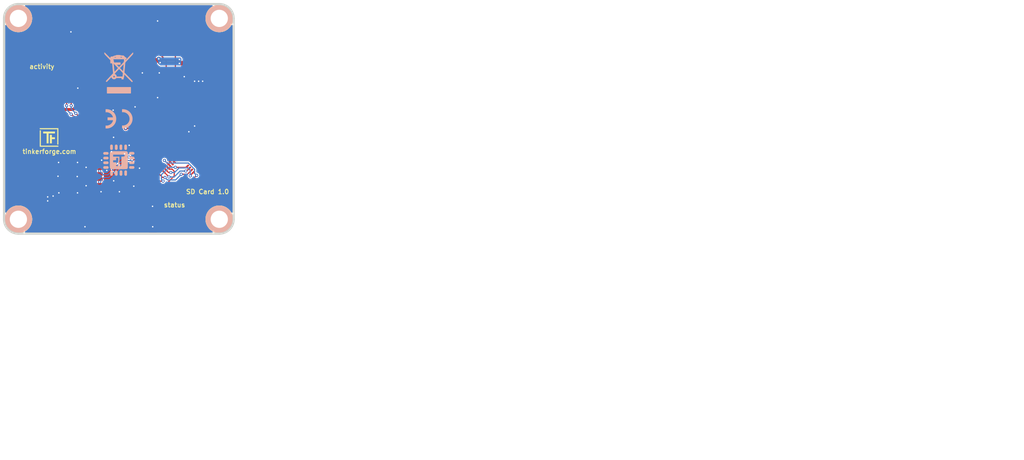
<source format=kicad_pcb>
(kicad_pcb (version 20221018) (generator pcbnew)
  (title_block (title "SD-Card") (date "2022-03-23") (rev "1.0") (company "Tinkerforge GmbH") (comment 1 "Licensed under CERN OHL v.1.1") (comment 2 "Copyright (©) 2022, B.Nordmeyer <bastian@tinkerforge.com>"))
  (layers (0 "F.Cu" signal "Vorderseite") (31 "B.Cu" signal "Rückseite") (34 "B.Paste" user) (35 "F.Paste" user) (36 "B.SilkS" user "B.Silkscreen") (37 "F.SilkS" user "F.Silkscreen") (38 "B.Mask" user) (39 "F.Mask" user) (44 "Edge.Cuts" user))
  (net 0 "")
  (net 1 "GND")
  (net 2 "VCC")
  (net 3 "Net-(D1-Pad2)")
  (net 4 "Net-(D2-Pad2)")
  (net 5 "S-MISO")
  (net 6 "S-MOSI")
  (net 7 "S-CLK")
  (net 8 "S-CS")
  (net 9 "Net-(P2-Pad2)")
  (net 10 "Net-(P1-Pad1)")
  (net 11 "Net-(P1-Pad4)")
  (net 12 "Net-(P1-Pad5)")
  (net 13 "Net-(P1-Pad6)")
  (net 14 "Net-(U1-Pad5)")
  (net 15 "Net-(U1-Pad6)")
  (net 16 "Net-(U1-Pad7)")
  (net 17 "Net-(U1-Pad8)")
  (net 18 "Net-(U1-Pad9)")
  (net 19 "Net-(U1-Pad10)")
  (net 20 "Net-(U1-Pad11)")
  (net 21 "Net-(U1-Pad12)")
  (net 22 "Net-(U1-Pad21)")
  (net 23 "Net-(U1-Pad22)")
  (net 24 "Net-(U1-Pad26)")
  (net 25 "Net-(U1-Pad28)")
  (net 26 "Net-(U1-Pad30)")
  (net 27 "Net-(U1-Pad32)")
  (net 28 "Net-(U1-Pad35)")
  (net 29 "Net-(U1-Pad36)")
  (net 30 "Net-(U1-Pad43)")
  (net 31 "Net-(C1-Pad1)")
  (net 32 "Net-(C2-Pad2)")
  (net 33 "Net-(C3-Pad1)")
  (net 34 "Net-(C4-Pad1)")
  (net 35 "Net-(C10-Pad1)")
  (net 36 "Net-(J1-Pad8)")
  (net 37 "Net-(J1-Pad7)")
  (net 38 "Net-(J1-Pad5)")
  (net 39 "Net-(J1-Pad3)")
  (net 40 "Net-(J1-Pad2)")
  (net 41 "Net-(J1-Pad1)")
  (net 42 "SD-CDS")
  (net 43 "SD-MISO")
  (net 44 "SD-CLK")
  (net 45 "SD-MOSI")
  (net 46 "SD-CS")
  (net 47 "Net-(U1-Pad13)")
  (net 48 "Net-(U1-Pad14)")
  (net 49 "Net-(U1-Pad15)")
  (net 50 "Net-(U1-Pad16)")
  (net 51 "Net-(U1-Pad20)")
  (net 52 "Net-(U1-Pad23)")
  (net 53 "Net-(U1-Pad24)")
  (net 54 "Net-(P3-Pad1)")
  (net 55 "Net-(R3-Pad2)")
  (net 56 "Net-(R4-Pad2)")
  (net 57 "Net-(U1-Pad25)")
  (net 58 "RTC-XTAL2")
  (net 59 "RTC-XTAL1")
  (footprint "kicad-libraries:C0402F" (layer "F.Cu") (at 130.287258 117.459545 -45)
    (fp_text reference "C1")
    (fp_text value "220pF")
  )
  (footprint "C0603F" (layer "F.Cu") (at 118.05 118.15 -90)
    (fp_text reference "C2")
    (fp_text value "1uF")
  )
  (footprint "C0603F" (layer "F.Cu") (at 124.052587 109.915685 45)
    (fp_text reference "C3")
    (fp_text value "10pF")
  )
  (footprint "C0603F" (layer "F.Cu") (at 127.835608 113.769417 -135)
    (fp_text reference "C4")
    (fp_text value "10pF")
  )
  (footprint "C0603F" (layer "F.Cu") (at 113.85 118.15 -90)
    (fp_text reference "C5")
    (fp_text value "1uF")
  )
  (footprint "C0603F" (layer "F.Cu") (at 137.3 103.15 -45)
    (fp_text reference "C7")
    (fp_text value "100nF")
  )
  (footprint "C0603F" (layer "F.Cu") (at 129.261953 102.150684 135)
    (fp_text reference "C8")
    (fp_text value "100nF")
  )
  (footprint "C0603F" (layer "F.Cu") (at 136.333021 104.130583 -45)
    (fp_text reference "C9")
    (fp_text value "220nF")
  )
  (footprint "kicad-libraries:C1210" (layer "F.Cu") (at 139.2 94.2 -90)
    (fp_text reference "C10")
    (fp_text value "100uF")
  )
  (footprint "C0603F" (layer "F.Cu") (at 136.7 94.2 -90)
    (fp_text reference "C11")
    (fp_text value "100nF")
  )
  (footprint "D0603E" (layer "F.Cu") (at 111.9 96.1 -90)
    (fp_text reference "D2")
    (fp_text value "red")
  )
  (footprint "kicad-libraries:R0603F" (layer "F.Cu") (at 115.95 118.95 180)
    (fp_text reference "FB1")
    (fp_text value "FILTER")
  )
  (footprint "kicad-libraries:R0603F" (layer "F.Cu") (at 142.3 92.7)
    (fp_text reference "L1")
    (fp_text value "FB")
  )
  (footprint "kicad-libraries:SolderJumper" (layer "F.Cu") (at 125.227891 102.468272 -45)
    (fp_text reference "P2")
    (fp_text value "BOOT")
  )
  (footprint "kicad-libraries:R0603F" (layer "F.Cu") (at 116.15 91.75 -90)
    (fp_text reference "R1")
    (fp_text value "10k")
  )
  (footprint "kicad-libraries:R0603F" (layer "F.Cu") (at 135.9 91.7)
    (fp_text reference "R2")
    (fp_text value "10k")
  )
  (footprint "kicad-libraries:4X0402" (layer "F.Cu") (at 130.110482 115.090738 -45)
    (fp_text reference "RP1")
    (fp_text value "82")
  )
  (footprint "kicad-libraries:4X0402" (layer "F.Cu") (at 138.171751 111.481802 135)
    (fp_text reference "RP2")
    (fp_text value "82")
  )
  (footprint "kicad-libraries:QFN48-EP2" (layer "F.Cu") (at 132.373223 107.666117 45)
    (fp_text reference "U1")
    (fp_text value "XMC1404")
  )
  (footprint "DRILL_NP" (layer "F.Cu") (at 142.8 85.6)
    (fp_text reference "U2" hide)
    (fp_text value "DRILL" hide)
  )
  (footprint "DRILL_NP" (layer "F.Cu") (at 107.8 120.6)
    (fp_text reference "U3" hide)
    (fp_text value "DRILL" hide)
  )
  (footprint "DRILL_NP" (layer "F.Cu") (at 107.8 85.6)
    (fp_text reference "U4" hide)
    (fp_text value "DRILL" hide)
  )
  (footprint "DRILL_NP" (layer "F.Cu") (at 142.8 120.6)
    (fp_text reference "U5" hide)
    (fp_text value "DRILL" hide)
  )
  (footprint "kicad-libraries:CRYSTAL_3225" (layer "F.Cu") (at 125.961846 111.824803 135)
    (fp_text reference "X1")
    (fp_text value "16MHz")
  )
  (footprint "kicad-libraries:SD-Card-DM3CS" (layer "F.Cu") (at 124.5 92.6 90)
    (fp_text reference "J1")
    (fp_text value "DM3CS")
  )
  (footprint "D0603E" (layer "F.Cu") (at 135 120.4 90)
    (fp_text reference "D1")
    (fp_text value "blue")
  )
  (footprint "kicad-libraries:Logo_31x31" (layer "F.Cu") (at 113.15 106.35)
    (fp_text reference "G***" hide)
    (fp_text value "LOGO" hide)
  )
  (footprint "CON-SENSOR2" (layer "F.Cu") (at 125.3 123.1)
    (fp_text reference "P1")
    (fp_text value "CON-SENSOR2")
  )
  (footprint "C0603F" (layer "F.Cu") (at 125.514287 107.524695 135)
    (fp_text reference "C6")
    (fp_text value "100nF")
  )
  (footprint "kicad-libraries:Fiducial_Mark" (layer "F.Cu") (at 137.8 121.1)
    (fp_text reference "Fiducial_Mark" hide)
    (fp_text value "VAL**" hide)
  )
  (footprint "kicad-libraries:Fiducial_Mark" (layer "F.Cu") (at 107.3 115.1)
    (fp_text reference "Fiducial_Mark" hide)
    (fp_text value "VAL**" hide)
  )
  (footprint "kicad-libraries:Fiducial_Mark" (layer "F.Cu") (at 137.3 85.1)
    (fp_text reference "Fiducial_Mark" hide)
    (fp_text value "VAL**" hide)
  )
  (footprint "kicad-libraries:R0603F" (layer "F.Cu") (at 112.7 98.7)
    (fp_text reference "R3")
    (fp_text value "1k")
  )
  (footprint "kicad-libraries:R0603F" (layer "F.Cu") (at 133.4 120.4 -90)
    (fp_text reference "R4")
    (fp_text value "1k")
  )
  (footprint "kicad-libraries:DEBUG_PAD" (layer "F.Cu") (at 126.5 104.75 -45)
    (fp_text reference "P3")
    (fp_text value "Debug")
  )
  (footprint "C0603F" (layer "F.Cu") (at 121.2 114.75)
    (fp_text reference "C12")
    (fp_text value "15pF")
  )
  (footprint "C0603F" (layer "F.Cu") (at 121.25 111.55)
    (fp_text reference "C13")
    (fp_text value "15pF")
  )
  (footprint "kicad-libraries:AB26TRQ" (layer "F.Cu") (at 116.4 113.15 90)
    (fp_text reference "X2")
    (fp_text value "32.768kHz")
  )
  (footprint "kicad-libraries:CE_5mm" (layer "B.Cu") (at 125.3 103.1 180)
    (fp_text reference "VAL" hide)
    (fp_text value "CE_5mm" hide)
  )
  (footprint "kicad-libraries:WEEE_7mm" (layer "B.Cu") (at 125.3 95.1 180)
    (fp_text reference "VAL" hide)
    (fp_text value "WEEE_7mm" hide)
  )
  (footprint "kicad-libraries:Logo_CoMCU" (layer "B.Cu") (at 125.3 110.3 180)
    (fp_text reference "G***" hide)
    (fp_text value "LOGO" hide)
  )
  (gr_arc (start 107.8 123.1) (mid 106.032233 122.367767) (end 105.3 120.6) (stroke (width 0.381)) (layer "Edge.Cuts"))
  (gr_arc (start 105.3 85.6) (mid 106.032233 83.832233) (end 107.8 83.1) (stroke (width 0.381)) (layer "Edge.Cuts"))
  (gr_line (start 105.3 85.6) (end 105.3 120.6) (stroke (width 0.381)) (layer "Edge.Cuts"))
  (gr_line (start 107.8 123.1) (end 142.8 123.1) (stroke (width 0.381)) (layer "Edge.Cuts"))
  (gr_line (start 142.8 83.1) (end 107.8 83.1) (stroke (width 0.381)) (layer "Edge.Cuts"))
  (gr_arc (start 142.8 83.1) (mid 144.567767 83.832233) (end 145.3 85.6) (stroke (width 0.381)) (layer "Edge.Cuts"))
  (gr_arc (start 145.3 120.6) (mid 144.567767 122.367767) (end 142.8 123.1) (stroke (width 0.381)) (layer "Edge.Cuts"))
  (gr_line (start 145.3 120.6) (end 145.3 85.6) (stroke (width 0.381)) (layer "Edge.Cuts"))
  (gr_text "status" (at 135 118.1) (layer "F.SilkS") (effects (font (size 0.8 0.8))))
  (gr_text "activity" (at 111.9 94) (layer "F.SilkS") (effects (font (size 0.8 0.8))))
  (gr_text "tinkerforge.com" (at 113.2 108.8) (layer "F.SilkS") (effects (font (size 0.8 0.8))))
  (gr_text "SD Card 1.0" (at 140.75 115.8) (layer "F.SilkS") (effects (font (size 0.8 0.8))))
  (segment (start 121 119.8) (end 118.6 117.4) (width 0.5) (layer "F.Cu") (net 1))
  (segment (start 120.5 111.55) (end 119.6 111.55) (width 0.5) (layer "F.Cu") (net 1))
  (segment (start 139.2 96.55) (end 139.9 96.55) (width 0.7) (layer "F.Cu") (net 1))
  (segment (start 124.344008 101.584388) (end 124.308653 101.584389) (width 0.2) (layer "F.Cu") (net 1))
  (segment (start 114.85 116) (end 118.1 116) (width 0.5) (layer "F.Cu") (net 1))
  (segment (start 136.7 94.95) (end 136.7 95.75) (width 0.7) (layer "F.Cu") (net 1))
  (segment (start 124.520785 102.503627) (end 124.732917 102.715759) (width 0.2) (layer "F.Cu") (net 1))
  (segment (start 127.45 108.7) (end 127.3 108.7) (width 0.29972) (layer "F.Cu") (net 1))
  (segment (start 127.877707 108.274978) (end 127.875022 108.274978) (width 0.29972) (layer "F.Cu") (net 1))
  (segment (start 114.8 113) (end 114.7 113.1) (width 0.5) (layer "F.Cu") (net 1))
  (segment (start 119.6 114.75) (end 116.1 114.75) (width 0.5) (layer "F.Cu") (net 1))
  (segment (start 136.863351 104.713351) (end 137.5 105.35) (width 0.5) (layer "F.Cu") (net 1))
  (segment (start 125.263247 101.72581) (end 125.263247 101.761165) (width 0.2) (layer "F.Cu") (net 1))
  (segment (start 114.8 110.7) (end 118.1 110.7) (width 0.5) (layer "F.Cu") (net 1))
  (segment (start 116.1 114.75) (end 114.85 116) (width 0.5) (layer "F.Cu") (net 1))
  (segment (start 125.4 115.8) (end 125.4 114.9) (width 0.5) (layer "F.Cu") (net 1))
  (segment (start 130.640812 117.813099) (end 131.171142 118.343429) (width 0.5) (layer "F.Cu") (net 1))
  (segment (start 124.582917 109.385355) (end 125.697562 110.5) (width 0.29972) (layer "F.Cu") (net 1))
  (segment (start 120.7 110.7) (end 121.9 110.7) (width 0.5) (layer "F.Cu") (net 1))
  (segment (start 122.8 118.5) (end 122.8 119.4) (width 0.5) (layer "F.Cu") (net 1))
  (segment (start 114.8 110.7) (end 114.8 113) (width 0.5) (layer "F.Cu") (net 1))
  (segment (start 121.9 110.7) (end 122.3 110.3) (width 0.5) (layer "F.Cu") (net 1))
  (segment (start 112.9 117.4) (end 113.9 117.4) (width 0.7) (layer "F.Cu") (net 1))
  (segment (start 120.5 110.9) (end 120.7 110.7) (width 0.5) (layer "F.Cu") (net 1))
  (segment (start 128.731623 101.620354) (end 128.130583 101.019313) (width 0.7) (layer "F.Cu") (net 1))
  (segment (start 135.457043 105.641967) (end 133.44901 107.65) (width 0.29972) (layer "F.Cu") (net 1))
  (segment (start 130.85 95.1) (end 129.4 95.1) (width 0.7) (layer "F.Cu") (net 1))
  (segment (start 120.45 114.75) (end 119.6 114.75) (width 0.5) (layer "F.Cu") (net 1))
  (segment (start 127.102145 108.502145) (end 127.102145 107.708634) (width 0.29972) (layer "F.Cu") (net 1))
  (segment (start 118.05 117.4) (end 113.9 117.4) (width 0.5) (layer "F.Cu") (net 1))
  (segment (start 127.305278 114.299747) (end 127.835609 114.830078) (width 0.5) (layer "F.Cu") (net 1))
  (segment (start 125.697562 110.5) (end 125.7 110.5) (width 0.29972) (layer "F.Cu") (net 1))
  (segment (start 127.906319 114.830078) (end 127.536397 115.2) (width 0.5) (layer "F.Cu") (net 1))
  (segment (start 122.4 119.8) (end 121 119.8) (width 0.5) (layer "F.Cu") (net 1))
  (segment (start 125.263247 101.761165) (end 124.874338 102.150074) (width 0.2) (layer "F.Cu") (net 1))
  (segment (start 119.6 111.55) (end 115.65 111.55) (width 0.5) (layer "F.Cu") (net 1))
  (segment (start 124.582917 109.385355) (end 124.017231 108.81967) (width 0.5) (layer "F.Cu") (net 1))
  (segment (start 133.44901 107.65) (end 132.4 107.65) (width 0.29972) (layer "F.Cu") (net 1))
  (segment (start 118.05 87.95) (end 116.95 87.95) (width 0.7) (layer "F.Cu") (net 1))
  (segment (start 127.3 114.294469) (end 127.3 114.35) (width 0.29972) (layer "F.Cu") (net 1))
  (segment (start 113.85 116.95) (end 113.85 116.55) (width 0.7) (layer "F.Cu") (net 1))
  (segment (start 127.536397 115.2) (end 126 115.2) (width 0.5) (layer "F.Cu") (net 1))
  (segment (start 124.874338 102.114719) (end 124.520785 102.468272) (width 0.2) (layer "F.Cu") (net 1))
  (segment (start 130.25 86.05) (end 132.05 86.05) (width 0.7) (layer "F.Cu") (net 1))
  (segment (start 126 115.2) (end 125.4 115.8) (width 0.5) (layer "F.Cu") (net 1))
  (segment (start 137.8 103.724264) (end 137.8 103.65) (width 0.29972) (layer "F.Cu") (net 1))
  (segment (start 126.17378 113.168249) (end 127.3 114.294469) (width 0.29972) (layer "F.Cu") (net 1))
  (segment (start 136.863351 104.660913) (end 136.863351 104.713351) (width 0.5) (layer "F.Cu") (net 1))
  (segment (start 124.382917 106.393324) (end 124.382917 106.322614) (width 0.7) (layer "F.Cu") (net 1))
  (segment (start 135.457043 105.641967) (end 136.39901 104.7) (width 0.29972) (layer "F.Cu") (net 1))
  (segment (start 130.85 95.1) (end 132.350002 95.1) (width 0.7) (layer "F.Cu") (net 1))
  (segment (start 127.835609 114.830078) (end 127.906319 114.830078) (width 0.5) (layer "F.Cu") (net 1))
  (segment (start 130.25 99.4) (end 132.049998 99.4) (width 0.7) (layer "F.Cu") (net 1))
  (segment (start 124.874338 102.114719) (end 124.344008 101.584388) (width 0.2) (layer "F.Cu") (net 1))
  (segment (start 113.85 117.4) (end 112.9 117.4) (width 0.5) (layer "F.Cu") (net 1))
  (segment (start 127.875022 108.274978) (end 127.45 108.7) (width 0.29972) (layer "F.Cu") (net 1))
  (segment (start 118.15 95.9) (end 118.15 97.75) (width 0.7) (layer "F.Cu") (net 1))
  (segment (start 136.39901 104.7) (end 136.85 104.7) (width 0.29972) (layer "F.Cu") (net 1))
  (segment (start 127.3 108.7) (end 127.102145 108.502145) (width 0.29972) (layer "F.Cu") (net 1))
  (segment (start 113.85 117.4) (end 113.85 116.75) (width 0.5) (layer "F.Cu") (net 1))
  (segment (start 116.4 113.15) (end 118.05 113.15) (width 0.5) (layer "F.Cu") (net 1))
  (segment (start 125.457701 101.920264) (end 125.263247 101.72581) (width 0.2) (layer "F.Cu") (net 1))
  (segment (start 120.5 111.55) (end 120.5 110.9) (width 0.5) (layer "F.Cu") (net 1))
  (segment (start 139.2 95.7494) (end 139.2 96.55) (width 0.7) (layer "F.Cu") (net 1))
  (segment (start 112.9 117.4) (end 112.9 116.7) (width 0.7) (layer "F.Cu") (net 1))
  (segment (start 124.520785 102.468272) (end 124.520785 102.503627) (width 0.2) (layer "F.Cu") (net 1))
  (segment (start 124.983957 106.994365) (end 124.382917 106.393324) (width 0.7) (layer "F.Cu") (net 1))
  (segment (start 136.863351 104.660913) (end 137.8 103.724264) (width 0.29972) (layer "F.Cu") (net 1))
  (segment (start 118.6 117.4) (end 118 117.4) (width 0.5) (layer "F.Cu") (net 1))
  (segment (start 139.2 96.55) (end 138.5 96.55) (width 0.7) (layer "F.Cu") (net 1))
  (segment (start 122.8 119.4) (end 122.4 119.8) (width 0.5) (layer "F.Cu") (net 1))
  (segment (start 137.83033 103.68033) (end 138.5 104.35) (width 0.5) (layer "F.Cu") (net 1))
  (segment (start 125.4 115.8) (end 122.2 115.8) (width 0.5) (layer "F.Cu") (net 1))
  (segment (start 113.85 117.4) (end 113.85 116.95) (width 0.5) (layer "F.Cu") (net 1))
  (segment (start 115.65 111.55) (end 114.8 110.7) (width 0.5) (layer "F.Cu") (net 1))
  (segment (start 125.4 114.9) (end 124.4 113.9) (width 0.5) (layer "F.Cu") (net 1))
  (via (at 125.4 115.8) (size 0.55) (drill 0.25) (layers "F.Cu" "B.Cu") (net 1))
  (via (at 138.5 104.35) (size 0.7) (drill 0.25) (layers "F.Cu" "B.Cu") (net 1))
  (via (at 114.8 110.7) (size 0.55) (drill 0.25) (layers "F.Cu" "B.Cu") (net 1))
  (via (at 126.3 109.2) (size 0.55) (drill 0.25) (layers "F.Cu" "B.Cu") (net 1))
  (via (at 128.9 111.7) (size 0.55) (drill 0.25) (layers "F.Cu" "B.Cu") (net 1))
  (via (at 114.7 113.1) (size 0.55) (drill 0.25) (layers "F.Cu" "B.Cu") (net 1))
  (via (at 122.2 115.8) (size 0.55) (drill 0.25) (layers "F.Cu" "B.Cu") (net 1))
  (via (at 118.1 116) (size 0.55) (drill 0.25) (layers "F.Cu" "B.Cu") (net 1))
  (via (at 112.9 116.7) (size 0.7) (drill 0.25) (layers "F.Cu" "B.Cu") (net 1))
  (via (at 132.350002 95.1) (size 0.7) (drill 0.25) (layers "F.Cu" "B.Cu") (net 1))
  (via (at 139.2 96.55) (size 0.7) (drill 0.25) (layers "F.Cu" "B.Cu") (net 1))
  (via (at 112.9 117.4) (size 0.7) (drill 0.25) (layers "F.Cu" "B.Cu") (net 1))
  (via (at 132.05 86.05) (size 0.7) (drill 0.25) (layers "F.Cu" "B.Cu") (net 1))
  (via (at 127.102145 107.708634) (size 0.7) (drill 0.25) (layers "F.Cu" "B.Cu") (net 1))
  (via (at 136.7 95.75) (size 0.7) (drill 0.25) (layers "F.Cu" "B.Cu") (net 1))
  (via (at 119.6 111.55) (size 0.55) (drill 0.25) (layers "F.Cu" "B.Cu") (net 1))
  (via (at 124.308653 101.584389) (size 0.55) (drill 0.25) (layers "F.Cu" "B.Cu") (net 1))
  (via (at 113.85 116.55) (size 0.7) (drill 0.25) (layers "F.Cu" "B.Cu") (net 1))
  (via (at 114.85 116) (size 0.55) (drill 0.25) (layers "F.Cu" "B.Cu") (net 1))
  (via (at 118.05 113.15) (size 0.55) (drill 0.25) (layers "F.Cu" "B.Cu") (net 1))
  (via (at 123.2 112.1) (size 0.55) (drill 0.25) (layers "F.Cu" "B.Cu") (net 1))
  (via (at 119.6 114.75) (size 0.55) (drill 0.25) (layers "F.Cu" "B.Cu") (net 1))
  (via (at 129.4 95.1) (size 0.7) (drill 0.25) (layers "F.Cu" "B.Cu") (net 1))
  (via (at 139.9 96.55) (size 0.7) (drill 0.25) (layers "F.Cu" "B.Cu") (net 1))
  (via (at 137.5 105.35) (size 0.7) (drill 0.25) (layers "F.Cu" "B.Cu") (net 1))
  (via (at 124.382917 106.322614) (size 0.7) (drill 0.25) (layers "F.Cu" "B.Cu") (net 1))
  (via (at 118.15 97.75) (size 0.7) (drill 0.25) (layers "F.Cu" "B.Cu") (net 1))
  (via (at 124.4 113.9) (size 0.55) (drill 0.25) (layers "F.Cu" "B.Cu") (net 1))
  (via (at 118.1 110.7) (size 0.55) (drill 0.25) (layers "F.Cu" "B.Cu") (net 1))
  (via (at 132.049998 99.4) (size 0.7) (drill 0.25) (layers "F.Cu" "B.Cu") (net 1))
  (via (at 122.3 110.3) (size 0.55) (drill 0.25) (layers "F.Cu" "B.Cu") (net 1))
  (via (at 128.130583 101.019313) (size 0.7) (drill 0.25) (layers "F.Cu" "B.Cu") (net 1))
  (via (at 138.5 96.55) (size 0.7) (drill 0.25) (layers "F.Cu" "B.Cu") (net 1))
  (via (at 131.2 121.9) (size 0.55) (drill 0.25) (layers "F.Cu" "B.Cu") (net 1))
  (via (at 119.4 121.9) (size 0.55) (drill 0.25) (layers "F.Cu" "B.Cu") (net 1))
  (via (at 124.017231 108.81967) (size 0.55) (drill 0.25) (layers "F.Cu" "B.Cu") (net 1))
  (via (at 116.95 87.95) (size 0.7) (drill 0.25) (layers "F.Cu" "B.Cu") (net 1))
  (via (at 131.171142 118.343429) (size 0.7) (drill 0.25) (layers "F.Cu" "B.Cu") (net 1))
  (via (at 127.906319 114.830078) (size 0.55) (drill 0.25) (layers "F.Cu" "B.Cu") (net 1))
  (segment (start 126.8 108.8) (end 126.4 109.2) (width 0.5) (layer "B.Cu") (net 1))
  (segment (start 127.906319 114.830078) (end 127.906319 113.093681) (width 0.5) (layer "B.Cu") (net 1))
  (segment (start 126.4 109.2) (end 126.3 109.2) (width 0.5) (layer "B.Cu") (net 1))
  (segment (start 122.3 111.2) (end 123.2 112.1) (width 0.5) (layer "B.Cu") (net 1))
  (segment (start 128.9 111.7) (end 128.9 109.6) (width 0.5) (layer "B.Cu") (net 1))
  (segment (start 127.906319 113.093681) (end 128.9 112.1) (width 0.5) (layer "B.Cu") (net 1))
  (segment (start 128.9 109.6) (end 128.1 108.8) (width 0.5) (layer "B.Cu") (net 1))
  (segment (start 128.1 108.8) (end 126.8 108.8) (width 0.5) (layer "B.Cu") (net 1))
  (segment (start 128.9 112.1) (end 128.9 111.7) (width 0.5) (layer "B.Cu") (net 1))
  (segment (start 122.3 110.3) (end 122.3 111.2) (width 0.5) (layer "B.Cu") (net 1))
  (segment (start 110.2 96.1) (end 110.2 116.7) (width 0.7) (layer "F.Cu") (net 2))
  (segment (start 111.9 95.2499) (end 111.0501 95.2499) (width 0.7) (layer "F.Cu") (net 2))
  (segment (start 135.103221 105.288145) (end 135.111855 105.288145) (width 0.29972) (layer "F.Cu") (net 2))
  (segment (start 111.9 88.8) (end 111.9 95.3) (width 0.7) (layer "F.Cu") (net 2))
  (segment (start 127.710739 109.149591) (end 127.113774 109.149591) (width 0.29972) (layer "F.Cu") (net 2))
  (segment (start 114.6 92.5) (end 111.85 95.25) (width 0.2) (layer "F.Cu") (net 2))
  (segment (start 135.9 87.6) (end 132.8 84.5) (width 0.7) (layer "F.Cu") (net 2))
  (segment (start 128.965125 100.634875) (end 128.53025 100.2) (width 0.5) (layer "F.Cu") (net 2))
  (segment (start 136.75 102.652944) (end 136.75 102.65) (width 0.5) (layer "F.Cu") (net 2))
  (segment (start 135.111855 105.288145) (end 136.1 104.3) (width 0.29972) (layer "F.Cu") (net 2))
  (segment (start 110.2 116.7) (end 112.4 118.9) (width 0.7) (layer "F.Cu") (net 2))
  (segment (start 116.2 84.5) (end 111.9 88.8) (width 0.7) (layer "F.Cu") (net 2))
  (segment (start 128.965125 100.634875) (end 136.034875 100.634875) (width 0.5) (layer "F.Cu") (net 2))
  (segment (start 137.05 101.65) (end 137.05 102.3) (width 0.5) (layer "F.Cu") (net 2))
  (segment (start 135 121.2501) (end 135.8499 121.2501) (width 0.2) (layer "F.Cu") (net 2))
  (segment (start 136.1 104.3) (end 136.15 104.3) (width 0.29972) (layer "F.Cu") (net 2))
  (segment (start 127.760598 109.099731) (end 127.084426 109.099731) (width 0.2) (layer "F.Cu") (net 2))
  (segment (start 136.15 120.95) (end 136.15 117.7) (width 0.2) (layer "F.Cu") (net 2))
  (segment (start 129.828472 102.65) (end 129.75 102.65) (width 0.29972) (layer "F.Cu") (net 2))
  (segment (start 117.323934 101.474861) (end 111.524861 101.474861) (width 0.5) (layer "F.Cu") (net 2))
  (segment (start 131.054921 103.876449) (end 129.828472 102.65) (width 0.29972) (layer "F.Cu") (net 2))
  (segment (start 126.044617 106.644617) (end 124.75 105.35) (width 0.5) (layer "F.Cu") (net 2))
  (segment (start 135.8499 121.2501) (end 136.15 120.95) (width 0.2) (layer "F.Cu") (net 2))
  (segment (start 127.113774 109.149591) (end 126.15 108.185817) (width 0.29972) (layer "F.Cu") (net 2))
  (segment (start 111.4 105.35) (end 110.2 104.15) (width 0.5) (layer "F.Cu") (net 2))
  (segment (start 118.598795 100.2) (end 117.323934 101.474861) (width 0.5) (layer "F.Cu") (net 2))
  (segment (start 128.229733 108.630596) (end 127.760598 109.099731) (width 0.2) (layer "F.Cu") (net 2))
  (segment (start 132.8 84.5) (end 116.2 84.5) (width 0.7) (layer "F.Cu") (net 2))
  (segment (start 135.75 103.937314) (end 135.75 103.65) (width 0.29972) (layer "F.Cu") (net 2))
  (segment (start 143.05 92.7) (end 143.05 91.95) (width 0.7) (layer "F.Cu") (net 2))
  (segment (start 113.95 118.95) (end 113.9 118.9) (width 0.59944) (layer "F.Cu") (net 2))
  (segment (start 134.751195 104.936119) (end 135.75 103.937314) (width 0.29972) (layer "F.Cu") (net 2))
  (segment (start 116.15 92.5) (end 114.6 92.5) (width 0.2) (layer "F.Cu") (net 2))
  (segment (start 112.4 118.9) (end 113.8 118.9) (width 0.7) (layer "F.Cu") (net 2))
  (segment (start 111.524861 101.474861) (end 110.2 100.15) (width 0.5) (layer "F.Cu") (net 2))
  (segment (start 143.05 91.95) (end 138.7 87.6) (width 0.7) (layer "F.Cu") (net 2))
  (segment (start 130.05 101.71975) (end 128.965125 100.634875) (width 0.5) (layer "F.Cu") (net 2))
  (segment (start 136.034875 100.634875) (end 137.05 101.65) (width 0.5) (layer "F.Cu") (net 2))
  (segment (start 136.15 104.3) (end 136.95 103.5) (width 0.29972) (layer "F.Cu") (net 2))
  (segment (start 111.0501 95.2499) (end 110.2 96.1) (width 0.7) (layer "F.Cu") (net 2))
  (segment (start 113.9 118.9) (end 113.8 118.9) (width 0.59944) (layer "F.Cu") (net 2))
  (segment (start 129.792283 102.681014) (end 130.05 102.423297) (width 0.5) (layer "F.Cu") (net 2))
  (segment (start 143.1 110.75) (end 143.1 92.7) (width 0.2) (layer "F.Cu") (net 2))
  (segment (start 128.53025 100.2) (end 118.598795 100.2) (width 0.5) (layer "F.Cu") (net 2))
  (segment (start 126.044617 108.055025) (end 126.044617 106.644617) (width 0.5) (layer "F.Cu") (net 2))
  (segment (start 130.05 102.423297) (end 130.05 101.71975) (width 0.5) (layer "F.Cu") (net 2))
  (segment (start 135.802691 103.600253) (end 136.75 102.652944) (width 0.5) (layer "F.Cu") (net 2))
  (segment (start 136.95 102.8) (end 136.8 102.65) (width 0.29972) (layer "F.Cu") (net 2))
  (segment (start 138.7 87.6) (end 135.9 87.6) (width 0.7) (layer "F.Cu") (net 2))
  (segment (start 127.084426 109.099731) (end 126.044618 108.059923) (width 0.2) (layer "F.Cu") (net 2))
  (segment (start 136.95 103.5) (end 136.95 102.8) (width 0.29972) (layer "F.Cu") (net 2))
  (segment (start 137.05 102.3) (end 136.75 102.6) (width 0.5) (layer "F.Cu") (net 2))
  (segment (start 136.15 117.7) (end 143.1 110.75) (width 0.2) (layer "F.Cu") (net 2))
  (segment (start 126.15 108.185817) (end 126.15 108) (width 0.29972) (layer "F.Cu") (net 2))
  (segment (start 126.044618 108.059923) (end 126.044618 108.055025) (width 0.2) (layer "F.Cu") (net 2))
  (segment (start 115.2 118.95) (end 113.95 118.95) (width 0.59944) (layer "F.Cu") (net 2))
  (segment (start 128.229733 108.630597) (end 127.710739 109.149591) (width 0.29972) (layer "F.Cu") (net 2))
  (segment (start 124.75 105.35) (end 111.4 105.35) (width 0.5) (layer "F.Cu") (net 2))
  (segment (start 134.95 119.65) (end 135.05 119.55) (width 0.2) (layer "F.Cu") (net 3))
  (segment (start 133.4 119.65) (end 134.95 119.65) (width 0.2) (layer "F.Cu") (net 3))
  (segment (start 111.95 98.7) (end 111.95 97) (width 0.2) (layer "F.Cu") (net 4))
  (segment (start 111.95 97) (end 111.9 96.95) (width 0.2) (layer "F.Cu") (net 4))
  (segment (start 132.763222 115.25) (end 131 115.25) (width 0.2) (layer "F.Cu") (net 5))
  (segment (start 134.584496 111.865504) (end 134.95 112.231008) (width 0.2) (layer "F.Cu") (net 5))
  (segment (start 134.95 113.063222) (end 132.763222 115.25) (width 0.2) (layer "F.Cu") (net 5))
  (segment (start 134.101244 111.865504) (end 134.584496 111.865504) (width 0.2) (layer "F.Cu") (net 5))
  (segment (start 134.95 112.231008) (end 134.95 113.063222) (width 0.2) (layer "F.Cu") (net 5))
  (segment (start 133.691525 111.455785) (end 134.101244 111.865504) (width 0.2) (layer "F.Cu") (net 5))
  (segment (start 130.933942 114.620831) (end 130.676167 114.878606) (width 0.2) (layer "F.Cu") (net 6))
  (segment (start 130.933942 113.133942) (end 130.933942 114.620831) (width 0.2) (layer "F.Cu") (net 6))
  (segment (start 130.611492 112.811492) (end 130.933942 113.133942) (width 0.2) (layer "F.Cu") (net 6))
  (segment (start 131.054922 111.455785) (end 130.611492 111.899214) (width 0.2) (layer "F.Cu") (net 6))
  (segment (start 130.611492 111.899214) (end 130.611492 112.811492) (width 0.2) (layer "F.Cu") (net 6))
  (segment (start 130.341055 114.508138) (end 130.584071 114.265122) (width 0.2) (layer "F.Cu") (net 7))
  (segment (start 130.004416 111.802691) (end 130.711522 111.095584) (width 0.2) (layer "F.Cu") (net 7))
  (segment (start 130.584071 114.265122) (end 130.584071 113.284071) (width 0.2) (layer "F.Cu") (net 7))
  (segment (start 130.004416 112.704416) (end 130.004416 111.802691) (width 0.2) (layer "F.Cu") (net 7))
  (segment (start 130.584071 113.284071) (end 130.004416 112.704416) (width 0.2) (layer "F.Cu") (net 7))
  (segment (start 129.987233 114.154316) (end 130.216548 113.925001) (width 0.2) (layer "F.Cu") (net 8))
  (segment (start 129.544796 112.794796) (end 129.544796 111.555204) (width 0.2) (layer "F.Cu") (net 8))
  (segment (start 130.216548 113.925001) (end 130.216548 113.466548) (width 0.2) (layer "F.Cu") (net 8))
  (segment (start 129.544796 111.555204) (end 130.357969 110.742031) (width 0.2) (layer "F.Cu") (net 8))
  (segment (start 130.216548 113.466548) (end 129.544796 112.794796) (width 0.2) (layer "F.Cu") (net 8))
  (segment (start 125.6168 102.857181) (end 125.333957 102.574338) (width 0.2) (layer "F.Cu") (net 9))
  (segment (start 128.130583 103.706319) (end 127.374264 102.95) (width 0.2) (layer "F.Cu") (net 9))
  (segment (start 125.333957 102.574338) (end 125.298602 102.574338) (width 0.2) (layer "F.Cu") (net 9))
  (segment (start 125.75 102.95) (end 125.6 102.8) (width 0.2) (layer "F.Cu") (net 9))
  (segment (start 129.473096 103.706319) (end 128.130583 103.706319) (width 0.2) (layer "F.Cu") (net 9))
  (segment (start 125.609619 102.85) (end 125.65 102.85) (width 0.2) (layer "F.Cu") (net 9))
  (segment (start 125.333957 102.574338) (end 125.609619 102.85) (width 0.2) (layer "F.Cu") (net 9))
  (segment (start 130.349074 104.582297) (end 129.473096 103.706319) (width 0.2) (layer "F.Cu") (net 9))
  (segment (start 127.374264 102.95) (end 125.75 102.95) (width 0.2) (layer "F.Cu") (net 9))
  (segment (start 128.961433 115.179126) (end 129.155887 114.984672) (width 0.2) (layer "F.Cu") (net 11))
  (segment (start 126.75 116.05) (end 128.1 116.05) (width 0.2) (layer "F.Cu") (net 11))
  (segment (start 128.1 116.05) (end 129 115.15) (width 0.2) (layer "F.Cu") (net 11))
  (segment (start 125.3 118.5) (end 125.3 117.5) (width 0.2) (layer "F.Cu") (net 11))
  (segment (start 125.3 117.5) (end 126.75 116.05) (width 0.2) (layer "F.Cu") (net 11))
  (segment (start 129.226379 115.621287) (end 129.509441 115.338225) (width 0.2) (layer "F.Cu") (net 12))
  (segment (start 129.226379 115.621287) (end 128.347666 116.5) (width 0.2) (layer "F.Cu") (net 12))
  (segment (start 128.347666 116.5) (end 127.25 116.5) (width 0.2) (layer "F.Cu") (net 12))
  (segment (start 126.55 117.2) (end 126.55 118.55) (width 0.2) (layer "F.Cu") (net 12))
  (segment (start 127.25 116.5) (end 126.55 117.2) (width 0.2) (layer "F.Cu") (net 12))
  (segment (start 128.65 116.9) (end 129.9 115.65) (width 0.2) (layer "F.Cu") (net 13))
  (segment (start 127.8 118.5) (end 127.8 117.15) (width 0.2) (layer "F.Cu") (net 13))
  (segment (start 128.05 116.9) (end 128.65 116.9) (width 0.2) (layer "F.Cu") (net 13))
  (segment (start 127.8 117.15) (end 128.05 116.9) (width 0.2) (layer "F.Cu") (net 13))
  (segment (start 129.05 118.5) (end 129.05 117.8) (width 0.2) (layer "F.Cu") (net 31))
  (segment (start 130 116.260891) (end 130 117) (width 0.2) (layer "F.Cu") (net 31))
  (segment (start 129.05 117.8) (end 129.65 117.2) (width 0.2) (layer "F.Cu") (net 31))
  (segment (start 130 117) (end 129.9 117.1) (width 0.2) (layer "F.Cu") (net 31))
  (segment (start 130.233731 116.02716) (end 130 116.260891) (width 0.2) (layer "F.Cu") (net 31))
  (segment (start 120.900139 120.8) (end 119.000139 118.9) (width 0.5) (layer "F.Cu") (net 32))
  (segment (start 122.8 120.8) (end 120.900139 120.8) (width 0.5) (layer "F.Cu") (net 32))
  (segment (start 124.05 118.5) (end 124.05 119.55) (width 0.5) (layer "F.Cu") (net 32))
  (segment (start 119.000139 118.9) (end 118 118.9) (width 0.5) (layer "F.Cu") (net 32))
  (segment (start 124.05 119.55) (end 122.8 120.8) (width 0.5) (layer "F.Cu") (net 32))
  (segment (start 117.95 118.95) (end 116.7 118.95) (width 0.59944) (layer "F.Cu") (net 32))
  (segment (start 118 118.9) (end 117.95 118.95) (width 0.59944) (layer "F.Cu") (net 32))
  (segment (start 124.7 111.623758) (end 124.7 111.7) (width 0.29972) (layer "F.Cu") (net 33))
  (segment (start 126.969551 110.817098) (end 128.149085 110.817098) (width 0.2) (layer "F.Cu") (net 33))
  (segment (start 123.522257 110.446015) (end 124.7 111.623758) (width 0.29972) (layer "F.Cu") (net 33))
  (segment (start 124.618399 111.612869) (end 125.254633 112.249102) (width 0.2) (layer "F.Cu") (net 33))
  (segment (start 128.149085 110.817098) (end 129.216183 109.75) (width 0.2) (layer "F.Cu") (net 33))
  (segment (start 125.254633 112.249102) (end 125.537546 112.249102) (width 0.2) (layer "F.Cu") (net 33))
  (segment (start 125.537546 112.249102) (end 126.969551 110.817098) (width 0.2) (layer "F.Cu") (net 33))
  (segment (start 129.216183 109.75) (end 129.25 109.75) (width 0.2) (layer "F.Cu") (net 33))
  (segment (start 129.6 110.05) (end 127.577639 112.072361) (width 0.2) (layer "F.Cu") (net 34))
  (segment (start 128.4 113.131445) (end 128.4 113.3) (width 0.29972) (layer "F.Cu") (net 34))
  (segment (start 127.577639 112.072361) (end 127.340633 112.072361) (width 0.2) (layer "F.Cu") (net 34))
  (segment (start 127.305292 112.036737) (end 128.4 113.131445) (width 0.29972) (layer "F.Cu") (net 34))
  (segment (start 130.85 92.9) (end 132.1 92.9) (width 0.7) (layer "F.Cu") (net 35))
  (segment (start 132.25 92.65) (end 132 92.9) (width 0.7) (layer "F.Cu") (net 35))
  (segment (start 137.9494 92.6506) (end 137.1 93.5) (width 0.7) (layer "F.Cu") (net 35))
  (segment (start 137.1 93.5) (end 136.7 93.5) (width 0.7) (layer "F.Cu") (net 35))
  (segment (start 141.4506 92.6506) (end 141.5 92.7) (width 0.7) (layer "F.Cu") (net 35))
  (segment (start 135.85 93.45) (end 135.85 92.75) (width 0.7) (layer "F.Cu") (net 35))
  (segment (start 132 92.9) (end 130.85 92.9) (width 0.7) (layer "F.Cu") (net 35))
  (segment (start 139.2 92.6506) (end 137.9494 92.6506) (width 0.7) (layer "F.Cu") (net 35))
  (segment (start 139.2 92.6506) (end 141.4506 92.6506) (width 0.7) (layer "F.Cu") (net 35))
  (segment (start 136.7 93.45) (end 136.7 91.7) (width 0.2) (layer "F.Cu") (net 35))
  (segment (start 132.1 92.9) (end 132.5 93.3) (width 0.7) (layer "F.Cu") (net 35))
  (segment (start 136.7 93.45) (end 135.85 93.45) (width 0.7) (layer "F.Cu") (net 35))
  (via (at 135.85 93.45) (size 0.7) (drill 0.25) (layers "F.Cu" "B.Cu") (net 35))
  (via (at 132.25 92.65) (size 0.7) (drill 0.25) (layers "F.Cu" "B.Cu") (net 35))
  (via (at 132.5 93.3) (size 0.7) (drill 0.25) (layers "F.Cu" "B.Cu") (net 35))
  (via (at 135.85 92.75) (size 0.7) (drill 0.25) (layers "F.Cu" "B.Cu") (net 35))
  (segment (start 135.85 92.75) (end 135.85 93.45) (width 0.7) (layer "B.Cu") (net 35))
  (segment (start 135.85 93.45) (end 132.65 93.45) (width 0.7) (layer "B.Cu") (net 35))
  (segment (start 132.5 93.3) (end 132.5 92.9) (width 0.7) (layer "B.Cu") (net 35))
  (segment (start 132.35 92.75) (end 132.25 92.65) (width 0.7) (layer "B.Cu") (net 35))
  (segment (start 132.5 92.9) (end 132.25 92.65) (width 0.7) (layer "B.Cu") (net 35))
  (segment (start 132.65 93.45) (end 132.5 93.3) (width 0.7) (layer "B.Cu") (net 35))
  (segment (start 135.85 92.75) (end 132.35 92.75) (width 0.7) (layer "B.Cu") (net 35))
  (segment (start 132.5507 96.6507) (end 132.1 96.2) (width 0.2) (layer "F.Cu") (net 37))
  (segment (start 138.048502 110.54538) (end 140.1 108.493882) (width 0.2) (layer "F.Cu") (net 37))
  (segment (start 134.2 96.65) (end 132.55 96.65) (width 0.2) (layer "F.Cu") (net 37))
  (segment (start 140.1 108.493882) (end 140.1 102.55) (width 0.2) (layer "F.Cu") (net 37))
  (segment (start 132.1 96.2) (end 130.9 96.2) (width 0.2) (layer "F.Cu") (net 37))
  (segment (start 140.1 102.55) (end 134.2 96.65) (width 0.2) (layer "F.Cu") (net 37))
  (segment (start 140.65 102.35) (end 133.35 95.05) (width 0.2) (layer "F.Cu") (net 38))
  (segment (start 140.65 108.651527) (end 140.65 102.35) (width 0.2) (layer "F.Cu") (net 38))
  (segment (start 133.35 95.05) (end 132.3 94) (width 0.2) (layer "F.Cu") (net 38))
  (segment (start 132.3 94) (end 130.9 94) (width 0.2) (layer "F.Cu") (net 38))
  (segment (start 133.35 95.05108) (end 133.35 95.05) (width 0.2) (layer "F.Cu") (net 38))
  (segment (start 138.402324 110.899203) (end 140.65 108.651527) (width 0.2) (layer "F.Cu") (net 38))
  (segment (start 133.54892 92.94892) (end 132.5 91.9) (width 0.2) (layer "F.Cu") (net 39))
  (segment (start 138.75435 111.251229) (end 141.2 108.805579) (width 0.2) (layer "F.Cu") (net 39))
  (segment (start 133.55 94.05) (end 133.55 92.95) (width 0.2) (layer "F.Cu") (net 39))
  (segment (start 132.5 91.9) (end 130.8 91.9) (width 0.2) (layer "F.Cu") (net 39))
  (segment (start 141.2 108.805579) (end 141.2 101.7) (width 0.2) (layer "F.Cu") (net 39))
  (segment (start 141.2 101.7) (end 133.55 94.05) (width 0.2) (layer "F.Cu") (net 39))
  (segment (start 132.5 90.7) (end 133.45 91.65) (width 0.2) (layer "F.Cu") (net 40))
  (segment (start 141.7 101.6) (end 135.15 95.05) (width 0.2) (layer "F.Cu") (net 40))
  (segment (start 135.15 95.05) (end 135.15 91.7) (width 0.2) (layer "F.Cu") (net 40))
  (segment (start 130.9 90.7) (end 132.5 90.7) (width 0.2) (layer "F.Cu") (net 40))
  (segment (start 133.45 91.65) (end 135.15 91.65) (width 0.2) (layer "F.Cu") (net 40))
  (segment (start 141.7 109.013224) (end 141.7 101.6) (width 0.2) (layer "F.Cu") (net 40))
  (segment (start 139.108173 111.605051) (end 141.7 109.013224) (width 0.2) (layer "F.Cu") (net 40))
  (segment (start 135.15 91.65) (end 135.2 91.7) (width 0.2) (layer "F.Cu") (net 40))
  (segment (start 117 91.3) (end 116.7 91) (width 0.2) (layer "F.Cu") (net 42))
  (segment (start 118.15 91) (end 117.3 91) (width 0.2) (layer "F.Cu") (net 42))
  (segment (start 129.643225 105.288145) (end 129.235302 104.880222) (width 0.2) (layer "F.Cu") (net 42))
  (segment (start 128.630222 104.880222) (end 127.5 103.75) (width 0.2) (layer "F.Cu") (net 42))
  (segment (start 117 100.8) (end 117 100.05) (width 0.2) (layer "F.Cu") (net 42))
  (segment (start 127.5 103.75) (end 119.4 103.75) (width 0.2) (layer "F.Cu") (net 42))
  (segment (start 117 91.3) (end 117 100.1) (width 0.2) (layer "F.Cu") (net 42))
  (segment (start 129.235302 104.880222) (end 128.630222 104.880222) (width 0.2) (layer "F.Cu") (net 42))
  (segment (start 117.3 91) (end 117 91.3) (width 0.2) (layer "F.Cu") (net 42))
  (segment (start 119.4 103.75) (end 117.8 102.15) (width 0.2) (layer "F.Cu") (net 42))
  (segment (start 116.7 91) (end 116.2 91) (width 0.2) (layer "F.Cu") (net 42))
  (via (at 117 100.8) (size 0.55) (drill 0.25) (layers "F.Cu" "B.Cu") (net 42))
  (via (at 117.8 102.15) (size 0.55) (drill 0.25) (layers "F.Cu" "B.Cu") (net 42))
  (segment (start 117 101.35) (end 117.8 102.15) (width 0.2) (layer "B.Cu") (net 42))
  (segment (start 117 100.8) (end 117 101.35) (width 0.2) (layer "B.Cu") (net 42))
  (segment (start 131.383274 111.767336) (end 131.000821 112.149789) (width 0.2) (layer "F.Cu") (net 43))
  (segment (start 132.311092 113.95) (end 133 113.95) (width 0.2) (layer "F.Cu") (net 43))
  (segment (start 131.000821 112.149789) (end 131.000821 112.639729) (width 0.2) (layer "F.Cu") (net 43))
  (segment (start 131.000821 112.639729) (end 132.311092 113.95) (width 0.2) (layer "F.Cu") (net 43))
  (segment (start 137.040018 111.553865) (end 135.153855 111.553865) (width 0.2) (layer "F.Cu") (net 43))
  (segment (start 137.23533 111.358553) (end 137.040018 111.553865) (width 0.2) (layer "F.Cu") (net 43))
  (via (at 135.153855 111.553865) (size 0.55) (drill 0.25) (layers "F.Cu" "B.Cu") (net 43))
  (via (at 133 113.95) (size 0.55) (drill 0.25) (layers "F.Cu" "B.Cu") (net 43))
  (segment (start 134 111.55) (end 135.15 111.55) (width 0.2) (layer "B.Cu") (net 43))
  (segment (start 132.725001 113.675001) (end 132.725001 112.824999) (width 0.2) (layer "B.Cu") (net 43))
  (segment (start 132.725001 112.824999) (end 134 111.55) (width 0.2) (layer "B.Cu") (net 43))
  (segment (start 133 113.95) (end 132.725001 113.675001) (width 0.2) (layer "B.Cu") (net 43))
  (segment (start 137.589152 111.712375) (end 137.10716 112.194368) (width 0.2) (layer "F.Cu") (net 44))
  (segment (start 133.000346 112.1916) (end 133.757411 112.948665) (width 0.2) (layer "F.Cu") (net 44))
  (segment (start 133.757411 112.948665) (end 134.03241 113.223664) (width 0.2) (layer "F.Cu") (net 44))
  (segment (start 132.938909 112.1916) (end 133.000346 112.1916) (width 0.2) (layer "F.Cu") (net 44))
  (segment (start 137.10716 112.194368) (end 136.954737 112.194368) (width 0.2) (layer "F.Cu") (net 44))
  (via (at 136.954737 112.194368) (size 0.55) (drill 0.25) (layers "F.Cu" "B.Cu") (net 44))
  (via (at 134.03241 113.223664) (size 0.55) (drill 0.25) (layers "F.Cu" "B.Cu") (net 44))
  (segment (start 134.947923 113.223664) (end 134.03241 113.223664) (width 0.2) (layer "B.Cu") (net 44))
  (segment (start 135.971587 112.2) (end 134.947923 113.223664) (width 0.2) (layer "B.Cu") (net 44))
  (segment (start 136.95 112.2) (end 135.971587 112.2) (width 0.2) (layer "B.Cu") (net 44))
  (segment (start 132.932158 113.31622) (end 133.338685 113.31622) (width 0.2) (layer "F.Cu") (net 45))
  (segment (start 131.772183 112.156245) (end 132.932158 113.31622) (width 0.2) (layer "F.Cu") (net 45))
  (segment (start 137.24774 112.757839) (end 136.175117 112.757839) (width 0.2) (layer "F.Cu") (net 45))
  (segment (start 137.941178 112.064401) (end 137.24774 112.757839) (width 0.2) (layer "F.Cu") (net 45))
  (via (at 136.175117 112.757839) (size 0.55) (drill 0.25) (layers "F.Cu" "B.Cu") (net 45))
  (via (at 133.338685 113.31622) (size 0.55) (drill 0.25) (layers "F.Cu" "B.Cu") (net 45))
  (segment (start 133.770991 113.748526) (end 133.338685 113.31622) (width 0.2) (layer "B.Cu") (net 45))
  (segment (start 135.18443 113.748526) (end 133.770991 113.748526) (width 0.2) (layer "B.Cu") (net 45))
  (segment (start 136.175117 112.757839) (end 135.18443 113.748526) (width 0.2) (layer "B.Cu") (net 45))
  (segment (start 133.363173 111.838047) (end 133.363173 111.852081) (width 0.2) (layer "F.Cu") (net 46))
  (segment (start 133.363173 111.852081) (end 133.961092 112.45) (width 0.2) (layer "F.Cu") (net 46))
  (segment (start 133.961092 112.45) (end 134.35 112.45) (width 0.2) (layer "F.Cu") (net 46))
  (segment (start 137.747487 112.965736) (end 137.747487 113.037437) (width 0.2) (layer "F.Cu") (net 46))
  (segment (start 138.295 112.418223) (end 137.747487 112.965736) (width 0.2) (layer "F.Cu") (net 46))
  (via (at 137.747487 113.037437) (size 0.55) (drill 0.25) (layers "F.Cu" "B.Cu") (net 46))
  (via (at 134.35 112.45) (size 0.55) (drill 0.25) (layers "F.Cu" "B.Cu") (net 46))
  (segment (start 137.35 111.65) (end 135.8 111.65) (width 0.2) (layer "B.Cu") (net 46))
  (segment (start 135 112.45) (end 134.35 112.45) (width 0.2) (layer "B.Cu") (net 46))
  (segment (start 137.747487 112.047487) (end 137.35 111.65) (width 0.2) (layer "B.Cu") (net 46))
  (segment (start 135.8 111.65) (end 135 112.45) (width 0.2) (layer "B.Cu") (net 46))
  (segment (start 137.747487 113.037437) (end 137.747487 112.047487) (width 0.2) (layer "B.Cu") (net 46))
  (segment (start 128.583555 106.347815) (end 126.98574 104.75) (width 0.2) (layer "F.Cu") (net 54))
  (segment (start 126.98574 104.75) (end 126.5 104.75) (width 0.2) (layer "F.Cu") (net 54))
  (via (at 126.5 104.75) (size 0.55) (drill 0.25) (layers "F.Cu" "B.Cu") (net 54))
  (segment (start 118.9 104.15) (end 117.05 102.3) (width 0.2) (layer "F.Cu") (net 55))
  (segment (start 117.05 102.3) (end 117 102.3) (width 0.2) (layer "F.Cu") (net 55))
  (segment (start 127.089792 104.15) (end 118.9 104.15) (width 0.2) (layer "F.Cu") (net 55))
  (segment (start 116.2 100.05) (end 114.85 98.7) (width 0.2) (layer "F.Cu") (net 55))
  (segment (start 114.85 98.7) (end 113.45 98.7) (width 0.2) (layer "F.Cu") (net 55))
  (segment (start 128.935581 105.995789) (end 127.089792 104.15) (width 0.2) (layer "F.Cu") (net 55))
  (segment (start 116.2 100.8) (end 116.2 100.05) (width 0.2) (layer "F.Cu") (net 55))
  (via (at 116.2 100.8) (size 0.55) (drill 0.25) (layers "F.Cu" "B.Cu") (net 55))
  (via (at 117 102.3) (size 0.55) (drill 0.25) (layers "F.Cu" "B.Cu") (net 55))
  (segment (start 116.2 101.5) (end 116.2 100.8) (width 0.2) (layer "B.Cu") (net 55))
  (segment (start 117 102.3) (end 116.2 101.5) (width 0.2) (layer "B.Cu") (net 55))
  (segment (start 134.07028 111.13094) (end 134.07028 111.060229) (width 0.2) (layer "F.Cu") (net 56))
  (segment (start 135.75 113.95) (end 137.85 113.95) (width 0.2) (layer "F.Cu") (net 56))
  (segment (start 133.25 110.35) (end 133.95 111.05) (width 0.2) (layer "F.Cu") (net 56))
  (segment (start 132.5 120.95) (end 132.5 117.2) (width 0.2) (layer "F.Cu") (net 56))
  (segment (start 132.5 117.2) (end 135.75 113.95) (width 0.2) (layer "F.Cu") (net 56))
  (segment (start 137.85 113.95) (end 138.85 112.95) (width 0.2) (layer "F.Cu") (net 56))
  (segment (start 132.7 121.15) (end 132.5 120.95) (width 0.2) (layer "F.Cu") (net 56))
  (segment (start 133.4 121.15) (end 132.7 121.15) (width 0.2) (layer "F.Cu") (net 56))
  (via (at 133.25 110.35) (size 0.55) (drill 0.25) (layers "F.Cu" "B.Cu") (net 56))
  (via (at 138.85 112.95) (size 0.55) (drill 0.25) (layers "F.Cu" "B.Cu") (net 56))
  (segment (start 138.5 111.9) (end 137.4 110.8) (width 0.2) (layer "B.Cu") (net 56))
  (segment (start 138.5 112.6) (end 138.5 111.9) (width 0.2) (layer "B.Cu") (net 56))
  (segment (start 137.4 110.8) (end 133.7 110.8) (width 0.2) (layer "B.Cu") (net 56))
  (segment (start 133.7 110.8) (end 133.25 110.35) (width 0.2) (layer "B.Cu") (net 56))
  (segment (start 138.85 112.95) (end 138.5 112.6) (width 0.2) (layer "B.Cu") (net 56))
  (segment (start 128.022026 110.25) (end 127.6 110.25) (width 0.2) (layer "F.Cu") (net 58))
  (segment (start 121.95 114.75) (end 121.95 114.1) (width 0.2) (layer "F.Cu") (net 58))
  (segment (start 128.935581 109.336445) (end 128.022026 110.25) (width 0.2) (layer "F.Cu") (net 58))
  (segment (start 121.95 113.6) (end 121.95 114.1) (width 0.2) (layer "F.Cu") (net 58))
  (via (at 121.95 114.1) (size 0.55) (drill 0.25) (layers "F.Cu" "B.Cu") (net 58))
  (via (at 127.6 110.25) (size 0.55) (drill 0.25) (layers "F.Cu" "B.Cu") (net 58))
  (segment (start 127.5 110.35) (end 126.5 110.35) (width 0.2) (layer "B.Cu") (net 58))
  (segment (start 122.75 113.3) (end 121.95 114.1) (width 0.2) (layer "B.Cu") (net 58))
  (segment (start 127.6 110.25) (end 127.5 110.35) (width 0.2) (layer "B.Cu") (net 58))
  (segment (start 126.5 110.35) (end 123.55 113.3) (width 0.2) (layer "B.Cu") (net 58))
  (segment (start 123.55 113.3) (end 122.75 113.3) (width 0.2) (layer "B.Cu") (net 58))
  (segment (start 127.074862 109.725138) (end 127.05 109.75) (width 0.2) (layer "F.Cu") (net 59))
  (segment (start 121.95 112.7) (end 121.95 112.2) (width 0.2) (layer "F.Cu") (net 59))
  (segment (start 122 111.55) (end 122 112.15) (width 0.2) (layer "F.Cu") (net 59))
  (segment (start 122 112.15) (end 121.95 112.2) (width 0.2) (layer "F.Cu") (net 59))
  (segment (start 127.842836 109.725138) (end 127.074862 109.725138) (width 0.2) (layer "F.Cu") (net 59))
  (segment (start 128.583555 108.984419) (end 127.842836 109.725138) (width 0.2) (layer "F.Cu") (net 59))
  (via (at 127.05 109.75) (size 0.55) (drill 0.25) (layers "F.Cu" "B.Cu") (net 59))
  (via (at 121.95 112.2) (size 0.55) (drill 0.25) (layers "F.Cu" "B.Cu") (net 59))
  (segment (start 127.05 109.75) (end 126.5 109.75) (width 0.2) (layer "B.Cu") (net 59))
  (segment (start 123.4 112.85) (end 122.6 112.85) (width 0.2) (layer "B.Cu") (net 59))
  (segment (start 122.6 112.85) (end 121.95 112.2) (width 0.2) (layer "B.Cu") (net 59))
  (segment (start 126.5 109.75) (end 123.4 112.85) (width 0.2) (layer "B.Cu") (net 59))
  (zone (net 1) (net_name "GND") (layer "F.Cu") (connect_pads (clearance 0.2)) (min_thickness 0.254) (fill yes (thermal_gap 0.508) (thermal_bridge_width 0.508))
    (polygon (pts (xy 128.6 108) (xy 132.075 111.3) (xy 127.025 116.4) (xy 114.4 116.4) (xy 114.4 110.35) (xy 121.7 110.3) (xy 124.5 107.8)))
  )
  (zone (net 0) (net_name "") (layer "F.Cu") (connect_pads (clearance 0)) (min_thickness 0.254)
    (keepout (tracks allowed) (vias allowed) (pads allowed) (copperpour not_allowed) (footprints allowed))
    (fill (thermal_gap 0.508) (thermal_bridge_width 0.508))
    (polygon (pts (xy 121.5 114) (xy 115.05 114) (xy 115.05 112.3) (xy 121.5 112.3)))
  )
  (zone (net 1) (net_name "GND") (layer "B.Cu") (connect_pads (clearance 0.2)) (min_thickness 0.254) (fill yes (thermal_gap 0.508) (thermal_bridge_width 0.508))
    (polygon (pts (xy 145.3 123.1) (xy 105.3 123.1) (xy 105.3 83.1) (xy 145.3 83.1)))
  )
)
</source>
